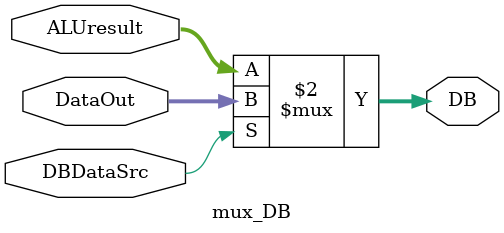
<source format=v>
`timescale 1ns / 1ps


module mux_DB(
    input [31:0] ALUresult,DataOut,
    input DBDataSrc,
    output [31:0] DB
    );
    assign DB = (DBDataSrc == 1)?DataOut:ALUresult;
endmodule

</source>
